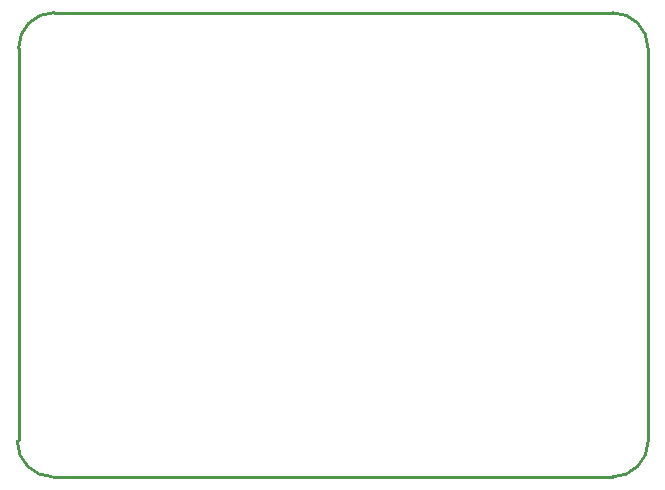
<source format=gko>
G04*
G04 #@! TF.GenerationSoftware,Altium Limited,Altium Designer,20.1.8 (145)*
G04*
G04 Layer_Color=16711935*
%FSLAX25Y25*%
%MOIN*%
G70*
G04*
G04 #@! TF.SameCoordinates,FEA716E4-3BEB-41DC-B402-B05547F70C4C*
G04*
G04*
G04 #@! TF.FilePolarity,Positive*
G04*
G01*
G75*
%ADD31C,0.01000*%
D31*
X12205Y154724D02*
G03*
X394Y142913I0J-11811D01*
G01*
X210236D02*
G03*
X198425Y154724I-11811J0D01*
G01*
Y0D02*
G03*
X210236Y11811I0J11811D01*
G01*
X0D02*
G03*
X11811Y0I11811J0D01*
G01*
X394Y12205D02*
Y142913D01*
X12205Y154724D02*
X198425D01*
X210236Y11811D02*
Y142913D01*
X11811Y0D02*
X198425D01*
M02*

</source>
